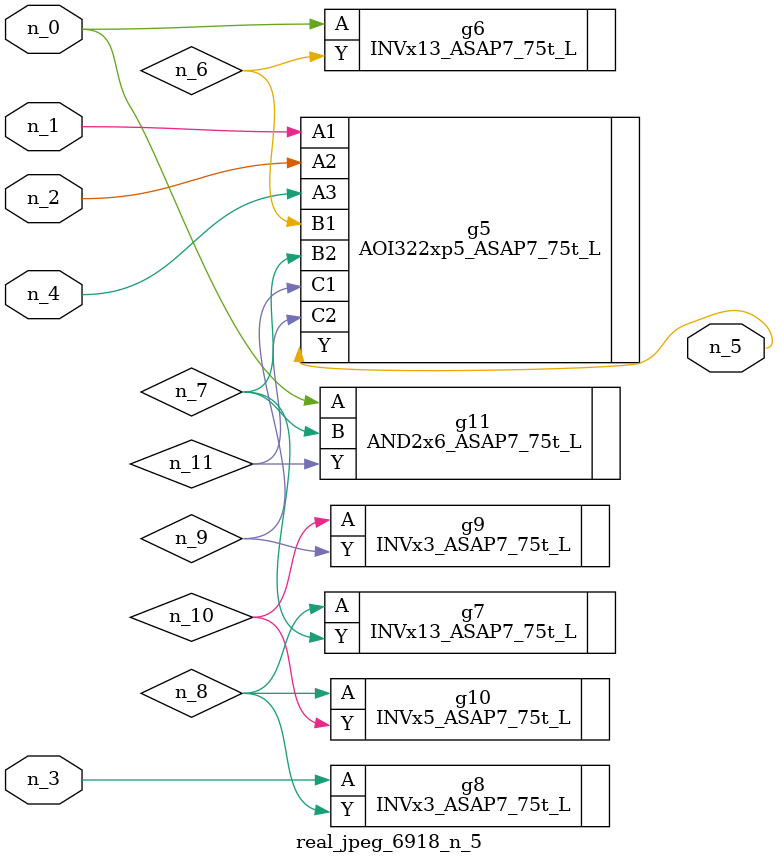
<source format=v>
module real_jpeg_6918_n_5 (n_4, n_0, n_1, n_2, n_3, n_5);

input n_4;
input n_0;
input n_1;
input n_2;
input n_3;

output n_5;

wire n_8;
wire n_11;
wire n_6;
wire n_7;
wire n_10;
wire n_9;

INVx13_ASAP7_75t_L g6 ( 
.A(n_0),
.Y(n_6)
);

AND2x6_ASAP7_75t_L g11 ( 
.A(n_0),
.B(n_7),
.Y(n_11)
);

AOI322xp5_ASAP7_75t_L g5 ( 
.A1(n_1),
.A2(n_2),
.A3(n_4),
.B1(n_6),
.B2(n_7),
.C1(n_9),
.C2(n_11),
.Y(n_5)
);

INVx3_ASAP7_75t_L g8 ( 
.A(n_3),
.Y(n_8)
);

INVx13_ASAP7_75t_L g7 ( 
.A(n_8),
.Y(n_7)
);

INVx5_ASAP7_75t_L g10 ( 
.A(n_8),
.Y(n_10)
);

INVx3_ASAP7_75t_L g9 ( 
.A(n_10),
.Y(n_9)
);


endmodule
</source>
